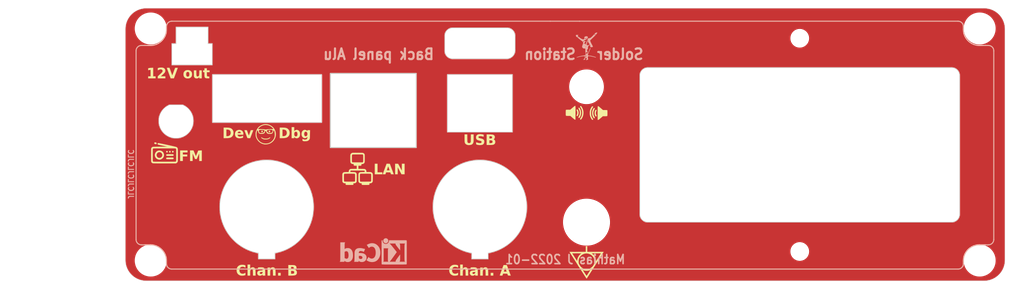
<source format=kicad_pcb>
(kicad_pcb (version 20240108) (generator "pcbnew") (generator_version "8.0")
  (layers (0 "F.Cu" signal) (31 "B.Cu" power) (34 "B.Paste" user) (35 "F.Paste" user) (36 "B.SilkS" user "B.Silkscreen") (37 "F.SilkS" user "F.Silkscreen") (38 "B.Mask" user) (39 "F.Mask" user) (44 "Edge.Cuts" user))
  (net 0 "")
  (footprint "customlib_mj_fp:Amphenol_T3437000-DIN7-panel_cutout" (layer "F.Cu") (at 94 86)
    (property "Reference" "M101")
    (property "Value" "Amphenol_T3437000-DIN7_panel_cutout")
    (fp_line (start -1.55 9.9) (end -1.55 8.800271) (stroke (width 0.12)) (layer "Edge.Cuts"))
    (fp_line (start 1.55 9.9) (end -1.55 9.9) (stroke (width 0.12)) (layer "Edge.Cuts"))
    (fp_line (start 1.55 9.9) (end 1.55 8.8) (stroke (width 0.12)) (layer "Edge.Cuts"))
    (fp_arc (start -1.55 8.8) (mid 0 -8.653414) (end 1.55 8.8) (stroke (width 0.12)) (layer "Edge.Cuts"))
  )
  (footprint "customlib_mj_fp:Amphenol_T3437000-DIN7-panel_cutout" (layer "F.Cu") (at 134 86)
    (property "Reference" "M102")
    (property "Value" "Amphenol_T3437000-DIN7_panel_cutout")
    (fp_line (start -1.55 9.9) (end -1.55 8.800271) (stroke (width 0.12)) (layer "Edge.Cuts"))
    (fp_line (start 1.55 9.9) (end -1.55 9.9) (stroke (width 0.12)) (layer "Edge.Cuts"))
    (fp_line (start 1.55 9.9) (end 1.55 8.8) (stroke (width 0.12)) (layer "Edge.Cuts"))
    (fp_arc (start -1.55 8.8) (mid 0 -8.653414) (end 1.55 8.8) (stroke (width 0.12)) (layer "Edge.Cuts"))
  )
  (footprint "customlib_mj_fp:FN283_panel_cutout-outside_mnt" (layer "F.Cu") (at 194 74.5)
    (property "Reference" "M104")
    (property "Value" "FN283-1-06_Schaffner_AC-panel_cutout")
    (fp_line (start -30 13) (end -30 -13) (stroke (width 0.12)) (layer "Edge.Cuts"))
    (fp_line (start -28.5 -14.5) (end 28.5 -14.5) (stroke (width 0.12)) (layer "Edge.Cuts"))
    (fp_line (start 28.5 14.5) (end -28.5 14.5) (stroke (width 0.12)) (layer "Edge.Cuts"))
    (fp_line (start 30 -13) (end 30 13) (stroke (width 0.12)) (layer "Edge.Cuts"))
    (fp_arc (start -30 -13) (mid -29.56066 -14.06066) (end -28.5 -14.5) (stroke (width 0.12)) (layer "Edge.Cuts"))
    (fp_arc (start -28.5 14.5) (mid -29.56066 14.06066) (end -30 13) (stroke (width 0.12)) (layer "Edge.Cuts"))
    (fp_arc (start 28.5 -14.5) (mid 29.56066 -14.06066) (end 30 -13) (stroke (width 0.12)) (layer "Edge.Cuts"))
    (fp_arc (start 30 13) (mid 29.56066 14.06066) (end 28.5 14.5) (stroke (width 0.12)) (layer "Edge.Cuts"))
    (pad "" np_thru_hole circle (at 0 -20) (size 3 3) (drill 3) (layers "*.Cu" "*.Mask"))
    (pad "" np_thru_hole circle (at 0 20) (size 3 3) (drill 3) (layers "*.Cu" "*.Mask"))
  )
  (footprint "customlib_mj_fp:74980104400_WE_RJ45_LAN-Panel_cutout" (layer "F.Cu") (at 114 61.1 180)
    (property "Reference" "M105")
    (property "Value" "74980104400-Wurth_RJ45-Panel_cutout")
    (fp_line (start 8.05 0) (end 8.05 -13.9) (stroke (width 0.2)) (layer "Edge.Cuts"))
    (fp_line (start 8.05 -13.9) (end -8.05 -13.9) (stroke (width 0.2)) (layer "Edge.Cuts"))
    (fp_line (start -8.05 0) (end 8.05 0) (stroke (width 0.2)) (layer "Edge.Cuts"))
    (fp_line (start -8.05 -13.9) (end -8.05 0) (stroke (width 0.2)) (layer "Edge.Cuts"))
  )
  (footprint "customlib_mj_fp:TE_1734346-Panel_cutout" (layer "F.Cu") (at 134 61.1 180)
    (property "Reference" "M106")
    (property "Value" "TE-1734346-Panel_cutout")
    (fp_line (start 6.1 -0.2) (end 6.1 -11) (stroke (width 0.12)) (layer "Edge.Cuts"))
    (fp_line (start 6.1 -11) (end -6.1 -11) (stroke (width 0.12)) (layer "Edge.Cuts"))
    (fp_line (start -6.1 -0.2) (end 6.1 -0.2) (stroke (width 0.12)) (layer "Edge.Cuts"))
    (fp_line (start -6.1 -11) (end -6.1 -0.2) (stroke (width 0.12)) (layer "Edge.Cuts"))
  )
  (footprint "customlib_mj_fp:SJ-3571N_panel_cutout" (layer "F.Cu") (at 154 61.1 180)
    (property "Reference" "M109")
    (property "Value" "SJ-3571N_CUI_audio_jacket_panel_cutout")
    (pad "" np_thru_hole circle (at 0 -2.5 180) (size 6 6) (drill 6) (layers "*.Cu" "*.Mask"))
  )
  (footprint "customlib_mj_fp:CUI-UJ2_AH_1_SMT-Panel_cutout" (layer "F.Cu") (at 134 59.5)
    (property "Reference" "M107")
    (property "Value" "CUI-UJ2_AH_1_SMT-Panel_cutout")
    (fp_line (start -6.6 -5.45) (end -6.6 -2.65) (stroke (width 0.12)) (layer "Edge.Cuts"))
    (fp_line (start -5.1 -1.15) (end 5.1 -1.15) (stroke (width 0.12)) (layer "Edge.Cuts"))
    (fp_line (start 5.1 -6.95) (end -5.1 -6.95) (stroke (width 0.12)) (layer "Edge.Cuts"))
    (fp_line (start 6.6 -2.85) (end 6.6 -5.45) (stroke (width 0.12)) (layer "Edge.Cuts"))
    (fp_arc (start -6.6 -5.45) (mid -6.16066 -6.51066) (end -5.1 -6.95) (stroke (width 0.12)) (layer "Edge.Cuts"))
    (fp_arc (start -5.1 -1.15) (mid -6.16066 -1.58934) (end -6.6 -2.65) (stroke (width 0.12)) (layer "Edge.Cuts"))
    (fp_arc (start 5.1 -6.95) (mid 6.16066 -6.51066) (end 6.6 -5.45) (stroke (width 0.12)) (layer "Edge.Cuts"))
    (fp_arc (start 6.6 -2.85) (mid 6.202082 -1.68934) (end 5.1 -1.15) (stroke (width 0.12)) (layer "Edge.Cuts"))
  )
  (footprint "customlib_mj_fp:LB_I4R_A-4mm_banana_socket_panelmnt" (layer "F.Cu") (at 154 89)
    (property "Reference" "J101" (hide yes))
    (property "Value" "4mm_banana_socket-LB_I4R_A-panelmnt")
    (pad "" np_thru_hole circle (at 0 0) (size 8.3 8.3) (drill 8.3) (layers "*.Cu" "*.Mask"))
  )
  (footprint "customlib_mj_fp:Molex_NanoFit-1x02-Panel_cutout" (layer "F.Cu") (at 80 59.5)
    (property "Reference" "M111" (hide yes))
    (property "Value" "Molex_NanoFit-1x02-Panel_cutout")
    (fp_line (start -3.8 -4) (end -3 -4) (stroke (width 0.12)) (layer "Edge.Cuts"))
    (fp_line (start -3.8 0) (end -3.8 -4) (stroke (width 0.12)) (layer "Edge.Cuts"))
    (fp_line (start -3 -7.1) (end 3 -7.1) (stroke (width 0.12)) (layer "Edge.Cuts"))
    (fp_line (start -3 -4) (end -3 -7.1) (stroke (width 0.12)) (layer "Edge.Cuts"))
    (fp_line (start 3 -7.1) (end 3 -4) (stroke (width 0.12)) (layer "Edge.Cuts"))
    (fp_line (start 3 -4) (end 3.8 -4) (stroke (width 0.12)) (layer "Edge.Cuts"))
    (fp_line (start 3.8 -4) (end 3.8 0) (stroke (width 0.12)) (layer "Edge.Cuts"))
    (fp_line (start 3.8 0) (end -3.8 0) (stroke (width 0.12)) (layer "Edge.Cuts"))
  )
  (footprint "customlib_mj_fp:SMA_Bulkhead_jack-Panel_cutout" (layer "F.Cu") (at 77 70 90)
    (property "Reference" "M110" (hide yes))
    (property "Value" "SMA_bulkhead_jack_Panel_cutout")
    (fp_line (start 3.013 1.2175) (end 3.013117 -1.217209) (stroke (width 0.1)) (layer "Edge.Cuts"))
    (fp_arc (start 3.013 1.2175) (mid -3.249688 -0.000157) (end 3.013117 -1.217209) (stroke (width 0.1)) (layer "Edge.Cuts"))
  )
  (footprint "customlib_mj_fp:ss_logo_chan_b" (layer "F.Cu") (at 94 98)
    (property "Reference" "G***" (hide yes))
    (property "Value" "LOGO" (hide yes))
  )
  (footprint "customlib_mj_fp:ss_logo_equipotential_symbol" (layer "F.Cu") (at 154 96.5)
    (property "Reference" "G***" (hide yes))
    (property "Value" "LOGO" (hide yes))
  )
  (footprint "customlib_mj_fp:ss_logo_debugconn" (layer "F.Cu") (at 94 72.5)
    (property "Reference" "G***" (hide yes))
    (property "Value" "LOGO" (hide yes))
  )
  (footprint "customlib_mj_fp:ss_logo_LAN" (layer "F.Cu") (at 114 79)
    (property "Reference" "G***" (hide yes))
    (property "Value" "LOGO" (hide yes))
  )
  (footprint "customlib_mj_fp:ss_logo_usb" (layer "F.Cu") (at 134 73.5)
    (property "Reference" "G***" (hide yes))
    (property "Value" "LOGO" (hide yes))
  )
  (footprint "customlib_mj_fp:ss_logo_speakers" (layer "F.Cu") (at 154 68.5)
    (property "Reference" "G***" (hide yes))
    (property "Value" "LOGO" (hide yes))
  )
  (footprint "customlib_mj_fp:ss_logo_12Vout" (layer "F.Cu") (at 77.5 61)
    (property "Reference" "G***" (hide yes))
    (property "Value" "LOGO" (hide yes))
  )
  (footprint "customlib_mj_fp:ss_logo_fmantenna" (layer "F.Cu") (at 77 76)
    (property "Reference" "G***" (hide yes))
    (property "Value" "LOGO" (hide yes))
  )
  (footprint "customlib_mj_fp:ss_logo_chan_a" (layer "F.Cu") (at 134 98)
    (property "Reference" "G***" (hide yes))
    (property "Value" "LOGO" (hide yes))
  )
  (footprint "customlib_mj_fp:MountingHole_3.5mm_Hammond_panel_screws" (layer "B.Cu") (at 227.75 52.67 180)
    (property "Reference" "H101")
    (property "Value" "MountingHole")
    (pad "" np_thru_hole circle (at 0 0 180) (size 3.5 3.5) (drill 3.5) (layers "*.Cu" "*.Mask") (clearance 1.25))
  )
  (footprint "customlib_mj_fp:MountingHole_3.5mm_Hammond_panel_screws" (layer "B.Cu") (at 72.25 52.67 180)
    (property "Reference" "H102")
    (property "Value" "MountingHole")
    (pad "" np_thru_hole circle (at 0 0 180) (size 3.5 3.5) (drill 3.5) (layers "*.Cu" "*.Mask") (clearance 1.25))
  )
  (footprint "customlib_mj_fp:MountingHole_3.5mm_Hammond_panel_screws" (layer "B.Cu") (at 227.75 96.2 180)
    (property "Reference" "H103")
    (property "Value" "MountingHole")
    (pad "" np_thru_hole circle (at 0 0 180) (size 3.5 3.5) (drill 3.5) (layers "*.Cu" "*.Mask") (clearance 1.25))
  )
  (footprint "customlib_mj_fp:MountingHole_3.5mm_Hammond_panel_screws" (layer "B.Cu") (at 72.25 96.2 180)
    (property "Reference" "H104")
    (property "Value" "MountingHole")
    (pad "" np_thru_hole circle (at 0 0 180) (size 3.5 3.5) (drill 3.5) (layers "*.Cu" "*.Mask") (clearance 1.25))
  )
  (footprint "customlib_mj_fp:Mech_cutout_IDC_2x5" (layer "B.Cu") (at 94.08 61.3)
    (property "Reference" "M103")
    (property "Value" "Mech_cutout_IDC_2x5")
    (fp_line (start -10.25 0) (end 10.25 0) (stroke (width 0.12)) (layer "Edge.Cuts"))
    (fp_line (start -10.25 9) (end -10.25 0) (stroke (width 0.12)) (layer "Edge.Cuts"))
    (fp_line (start -10.25 9) (end 10.25 9) (stroke (width 0.12)) (layer "Edge.Cuts"))
    (fp_line (start 10.25 9) (end 10.25 0) (stroke (width 0.12)) (layer "Edge.Cuts"))
  )
  (footprint "Symbol:KiCad-Logo_5mm_SilkScreen" (layer "B.Cu") (at 114 95 180)
    (property "Reference" "LOGO101" (hide yes))
    (property "Value" "Logo_Kicad_small" (hide yes))
  )
  (footprint "customlib_mj_fp:MJ_Mini" (layer "B.Cu") (at 154 56 180)
    (property "Reference" "Logo103" (hide yes))
    (property "Value" "MJ_Mini" (hide yes))
  )
  (gr_line (start 72.2 55.85) (end 70.5 55.85) (stroke (width 0.2)) (layer "B.SilkS"))
  (gr_arc (start 75.2 52.3) (mid 75.492893 51.592893) (end 76.2 51.3) (stroke (width 0.2)) (layer "B.SilkS"))
  (gr_line (start 69.5 56.85) (end 69.5 92.25) (stroke (width 0.2)) (layer "B.SilkS"))
  (gr_arc (start 223.7 51.3) (mid 224.407107 51.592893) (end 224.7 52.3) (stroke (width 0.2)) (layer "B.SilkS"))
  (gr_line (start 76.2 97.8) (end 147.2 97.8) (stroke (width 0.2)) (layer "B.SilkS"))
  (gr_line (start 75.2 96.250001) (end 75.2 96.8) (stroke (width 0.2)) (layer "B.SilkS"))
  (gr_arc (start 230.4 92.25) (mid 230.107107 92.957107) (end 229.4 93.25) (stroke (width 0.2)) (layer "B.SilkS"))
  (gr_arc (start 227.7 55.85) (mid 225.57868 54.97132) (end 224.7 52.85) (stroke (width 0.2)) (layer "B.SilkS"))
  (gr_arc (start 224.7 96.800001) (mid 224.407107 97.507108) (end 223.7 97.800001) (stroke (width 0.2)) (layer "B.SilkS"))
  (gr_arc (start 70.5 93.25) (mid 69.792893 92.957107) (end 69.5 92.25) (stroke (width 0.2)) (layer "B.SilkS"))
  (gr_arc (start 229.4 55.85) (mid 230.107107 56.142893) (end 230.4 56.85) (stroke (width 0.2)) (layer "B.SilkS"))
  (gr_arc (start 72.2 93.25) (mid 74.32132 94.12868) (end 75.2 96.25) (stroke (width 0.2)) (layer "B.SilkS"))
  (gr_line (start 75.2 52.3) (end 75.2 52.85) (stroke (width 0.2)) (layer "B.SilkS"))
  (gr_line (start 70.5 93.25) (end 72.2 93.25) (stroke (width 0.2)) (layer "B.SilkS"))
  (gr_line (start 230.4 92.25) (end 230.4 56.85) (stroke (width 0.2)) (layer "B.SilkS"))
  (gr_line (start 147.2 97.8) (end 152.7 97.8) (stroke (width 0.2)) (layer "B.SilkS"))
  (gr_line (start 224.7 52.85) (end 224.7 52.3) (stroke (width 0.2)) (layer "B.SilkS"))
  (gr_line (start 152.699999 51.300001) (end 147.2 51.300001) (stroke (width 0.2)) (layer "B.SilkS"))
  (gr_line (start 147.2 51.300001) (end 76.2 51.3) (stroke (width 0.2)) (layer "B.SilkS"))
  (gr_line (start 223.7 51.3) (end 152.699999 51.300001) (stroke (width 0.2)) (layer "B.SilkS"))
  (gr_line (start 152.7 97.8) (end 223.7 97.800001) (stroke (width 0.2)) (layer "B.SilkS"))
  (gr_arc (start 69.5 56.85) (mid 69.792893 56.142893) (end 70.5 55.85) (stroke (width 0.2)) (layer "B.SilkS"))
  (gr_arc (start 75.2 52.85) (mid 74.32132 54.97132) (end 72.2 55.85) (stroke (width 0.2)) (layer "B.SilkS"))
  (gr_line (start 224.7 96.800001) (end 224.7 96.250001) (stroke (width 0.2)) (layer "B.SilkS"))
  (gr_line (start 229.4 55.85) (end 227.7 55.85) (stroke (width 0.2)) (layer "B.SilkS"))
  (gr_line (start 227.7 93.25) (end 229.4 93.25) (stroke (width 0.2)) (layer "B.SilkS"))
  (gr_arc (start 76.2 97.8) (mid 75.492893 97.507107) (end 75.2 96.8) (stroke (width 0.2)) (layer "B.SilkS"))
  (gr_arc (start 224.7 96.250001) (mid 225.57868 94.128681) (end 227.7 93.250001) (stroke (width 0.2)) (layer "B.SilkS"))
  (gr_line (start 71.39 48.87) (end 228.61 48.87) (stroke (width 0.05)) (layer "Edge.Cuts"))
  (gr_arc (start 232.5 96.11) (mid 231.360645 98.860645) (end 228.61 100) (stroke (width 0.05)) (layer "Edge.Cuts"))
  (gr_line (start 228.61 100) (end 71.39 100) (stroke (width 0.05)) (layer "Edge.Cuts"))
  (gr_line (start 232.5 52.76) (end 232.5 96.11) (stroke (width 0.05)) (layer "Edge.Cuts"))
  (gr_arc (start 71.39 100) (mid 68.639355 98.860645) (end 67.5 96.11) (stroke (width 0.05)) (layer "Edge.Cuts"))
  (gr_arc (start 228.61 48.87) (mid 231.360645 50.009355) (end 232.5 52.76) (stroke (width 0.05)) (layer "Edge.Cuts"))
  (gr_arc (start 67.5 52.76) (mid 68.639355 50.009355) (end 71.39 48.87) (stroke (width 0.05)) (layer "Edge.Cuts"))
  (gr_line (start 67.5 96.11) (end 67.5 52.76) (stroke (width 0.05)) (layer "Edge.Cuts"))
  (gr_text "Back panel Alu" (at 115 57.5 0) (layer "B.SilkS") (effects (font (size 2 1.8) (thickness 0.4)) (justify mirror)))
  (gr_text "Solder   Station" (at 153.5 57.5 0) (layer "B.SilkS") (effects (font (size 2 1.8) (thickness 0.4)) (justify mirror)))
  (gr_text "Mathias J 2022-01" (at 150 96 0) (layer "B.SilkS") (effects (font (size 1.7 1.5) (thickness 0.3)) (justify mirror)))
  (gr_text "JLCJLCJLCJLC" (at 68.5 80 -90) (layer "B.SilkS") (effects (font (size 1 0.9) (thickness 0.18)) (justify mirror)))
  (zone (net 0) (net_name "") (layer "F.Cu") (connect_pads (clearance 0)) (min_thickness 0.154) (fill yes (thermal_gap 0.508) (thermal_bridge_width 0.508))
    (polygon (pts (xy 67 100) (xy 233 100) (xy 233 48) (xy 67 48)))
  )
)
</source>
